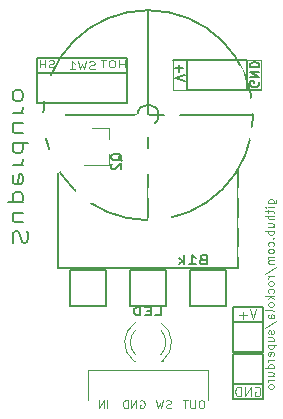
<source format=gbo>
G04 #@! TF.GenerationSoftware,KiCad,Pcbnew,(5.99.0-1200-g9ab2fcda7)*
G04 #@! TF.CreationDate,2020-04-02T19:41:38+03:00*
G04 #@! TF.ProjectId,superduro,73757065-7264-4757-926f-2e6b69636164,rev?*
G04 #@! TF.SameCoordinates,Original*
G04 #@! TF.FileFunction,Legend,Bot*
G04 #@! TF.FilePolarity,Positive*
%FSLAX46Y46*%
G04 Gerber Fmt 4.6, Leading zero omitted, Abs format (unit mm)*
G04 Created by KiCad (PCBNEW (5.99.0-1200-g9ab2fcda7)) date 2020-04-02 19:41:38*
%MOMM*%
%LPD*%
G01*
G04 APERTURE LIST*
%ADD10C,0.150000*%
%ADD11C,0.100000*%
%ADD12C,0.080000*%
%ADD13C,0.127000*%
%ADD14C,0.120000*%
%ADD15C,0.152400*%
%ADD16O,2.032400X2.032400*%
%ADD17C,1.702000*%
%ADD18O,2.102000X2.102000*%
%ADD19O,2.134000X2.134000*%
%ADD20O,2.642000X2.642000*%
%ADD21C,1.902000*%
G04 APERTURE END LIST*
D10*
X62262609Y-64789828D02*
X62200704Y-64532685D01*
X62200704Y-64104114D01*
X62262609Y-63932685D01*
X62324514Y-63846971D01*
X62448323Y-63761257D01*
X62572133Y-63761257D01*
X62695942Y-63846971D01*
X62757847Y-63932685D01*
X62819752Y-64104114D01*
X62881657Y-64446971D01*
X62943561Y-64618400D01*
X63005466Y-64704114D01*
X63129276Y-64789828D01*
X63253085Y-64789828D01*
X63376895Y-64704114D01*
X63438800Y-64618400D01*
X63500704Y-64446971D01*
X63500704Y-64018400D01*
X63438800Y-63761257D01*
X63067371Y-62218400D02*
X62200704Y-62218400D01*
X63067371Y-62989828D02*
X62386419Y-62989828D01*
X62262609Y-62904114D01*
X62200704Y-62732685D01*
X62200704Y-62475542D01*
X62262609Y-62304114D01*
X62324514Y-62218400D01*
X63067371Y-61361257D02*
X61767371Y-61361257D01*
X63005466Y-61361257D02*
X63067371Y-61189828D01*
X63067371Y-60846971D01*
X63005466Y-60675542D01*
X62943561Y-60589828D01*
X62819752Y-60504114D01*
X62448323Y-60504114D01*
X62324514Y-60589828D01*
X62262609Y-60675542D01*
X62200704Y-60846971D01*
X62200704Y-61189828D01*
X62262609Y-61361257D01*
X62262609Y-59046971D02*
X62200704Y-59218399D01*
X62200704Y-59561257D01*
X62262609Y-59732685D01*
X62386419Y-59818399D01*
X62881657Y-59818399D01*
X63005466Y-59732685D01*
X63067371Y-59561257D01*
X63067371Y-59218399D01*
X63005466Y-59046971D01*
X62881657Y-58961257D01*
X62757847Y-58961257D01*
X62634038Y-59818399D01*
X62200704Y-58189828D02*
X63067371Y-58189828D01*
X62819752Y-58189828D02*
X62943561Y-58104114D01*
X63005466Y-58018399D01*
X63067371Y-57846971D01*
X63067371Y-57675542D01*
X62200704Y-56304114D02*
X63500704Y-56304114D01*
X62262609Y-56304114D02*
X62200704Y-56475542D01*
X62200704Y-56818399D01*
X62262609Y-56989828D01*
X62324514Y-57075542D01*
X62448323Y-57161257D01*
X62819752Y-57161257D01*
X62943561Y-57075542D01*
X63005466Y-56989828D01*
X63067371Y-56818399D01*
X63067371Y-56475542D01*
X63005466Y-56304114D01*
X63067371Y-54675542D02*
X62200704Y-54675542D01*
X63067371Y-55446971D02*
X62386419Y-55446971D01*
X62262609Y-55361257D01*
X62200704Y-55189828D01*
X62200704Y-54932685D01*
X62262609Y-54761257D01*
X62324514Y-54675542D01*
X62200704Y-53818399D02*
X63067371Y-53818399D01*
X62819752Y-53818399D02*
X62943561Y-53732685D01*
X63005466Y-53646971D01*
X63067371Y-53475542D01*
X63067371Y-53304114D01*
X62200704Y-52446971D02*
X62262609Y-52618399D01*
X62324514Y-52704114D01*
X62448323Y-52789828D01*
X62819752Y-52789828D01*
X62943561Y-52704114D01*
X63005466Y-52618399D01*
X63067371Y-52446971D01*
X63067371Y-52189828D01*
X63005466Y-52018399D01*
X62943561Y-51932685D01*
X62819752Y-51846971D01*
X62448323Y-51846971D01*
X62324514Y-51932685D01*
X62262609Y-52018399D01*
X62200704Y-52189828D01*
X62200704Y-52446971D01*
D11*
X65722419Y-49899857D02*
X65608133Y-49928428D01*
X65417657Y-49928428D01*
X65341466Y-49899857D01*
X65303371Y-49871285D01*
X65265276Y-49814142D01*
X65265276Y-49757000D01*
X65303371Y-49699857D01*
X65341466Y-49671285D01*
X65417657Y-49642714D01*
X65570038Y-49614142D01*
X65646228Y-49585571D01*
X65684323Y-49557000D01*
X65722419Y-49499857D01*
X65722419Y-49442714D01*
X65684323Y-49385571D01*
X65646228Y-49357000D01*
X65570038Y-49328428D01*
X65379561Y-49328428D01*
X65265276Y-49357000D01*
X64922419Y-49928428D02*
X64922419Y-49328428D01*
X64922419Y-49614142D02*
X64465276Y-49614142D01*
X64465276Y-49928428D02*
X64465276Y-49328428D01*
X71665980Y-49928428D02*
X71665980Y-49328428D01*
X71665980Y-49614142D02*
X71208838Y-49614142D01*
X71208838Y-49928428D02*
X71208838Y-49328428D01*
X70675504Y-49328428D02*
X70523123Y-49328428D01*
X70446933Y-49357000D01*
X70370742Y-49414142D01*
X70332647Y-49528428D01*
X70332647Y-49728428D01*
X70370742Y-49842714D01*
X70446933Y-49899857D01*
X70523123Y-49928428D01*
X70675504Y-49928428D01*
X70751695Y-49899857D01*
X70827885Y-49842714D01*
X70865980Y-49728428D01*
X70865980Y-49528428D01*
X70827885Y-49414142D01*
X70751695Y-49357000D01*
X70675504Y-49328428D01*
X70104076Y-49328428D02*
X69646933Y-49328428D01*
X69875504Y-49928428D02*
X69875504Y-49328428D01*
D12*
X83822400Y-61430066D02*
X84389066Y-61430066D01*
X84455733Y-61396733D01*
X84489066Y-61363400D01*
X84522400Y-61296733D01*
X84522400Y-61196733D01*
X84489066Y-61130066D01*
X84255733Y-61430066D02*
X84289066Y-61363400D01*
X84289066Y-61230066D01*
X84255733Y-61163400D01*
X84222400Y-61130066D01*
X84155733Y-61096733D01*
X83955733Y-61096733D01*
X83889066Y-61130066D01*
X83855733Y-61163400D01*
X83822400Y-61230066D01*
X83822400Y-61363400D01*
X83855733Y-61430066D01*
X84289066Y-61763400D02*
X83822400Y-61763400D01*
X83589066Y-61763400D02*
X83622400Y-61730066D01*
X83655733Y-61763400D01*
X83622400Y-61796733D01*
X83589066Y-61763400D01*
X83655733Y-61763400D01*
X83822400Y-61996733D02*
X83822400Y-62263400D01*
X83589066Y-62096733D02*
X84189066Y-62096733D01*
X84255733Y-62130066D01*
X84289066Y-62196733D01*
X84289066Y-62263400D01*
X84289066Y-62496733D02*
X83589066Y-62496733D01*
X84289066Y-62796733D02*
X83922400Y-62796733D01*
X83855733Y-62763400D01*
X83822400Y-62696733D01*
X83822400Y-62596733D01*
X83855733Y-62530066D01*
X83889066Y-62496733D01*
X83822400Y-63430066D02*
X84289066Y-63430066D01*
X83822400Y-63130066D02*
X84189066Y-63130066D01*
X84255733Y-63163400D01*
X84289066Y-63230066D01*
X84289066Y-63330066D01*
X84255733Y-63396733D01*
X84222400Y-63430066D01*
X84289066Y-63763400D02*
X83589066Y-63763400D01*
X83855733Y-63763400D02*
X83822400Y-63830066D01*
X83822400Y-63963400D01*
X83855733Y-64030066D01*
X83889066Y-64063400D01*
X83955733Y-64096733D01*
X84155733Y-64096733D01*
X84222400Y-64063400D01*
X84255733Y-64030066D01*
X84289066Y-63963400D01*
X84289066Y-63830066D01*
X84255733Y-63763400D01*
X84222400Y-64396733D02*
X84255733Y-64430066D01*
X84289066Y-64396733D01*
X84255733Y-64363400D01*
X84222400Y-64396733D01*
X84289066Y-64396733D01*
X84255733Y-65030066D02*
X84289066Y-64963400D01*
X84289066Y-64830066D01*
X84255733Y-64763400D01*
X84222400Y-64730066D01*
X84155733Y-64696733D01*
X83955733Y-64696733D01*
X83889066Y-64730066D01*
X83855733Y-64763400D01*
X83822400Y-64830066D01*
X83822400Y-64963400D01*
X83855733Y-65030066D01*
X84289066Y-65430066D02*
X84255733Y-65363400D01*
X84222400Y-65330066D01*
X84155733Y-65296733D01*
X83955733Y-65296733D01*
X83889066Y-65330066D01*
X83855733Y-65363400D01*
X83822400Y-65430066D01*
X83822400Y-65530066D01*
X83855733Y-65596733D01*
X83889066Y-65630066D01*
X83955733Y-65663400D01*
X84155733Y-65663400D01*
X84222400Y-65630066D01*
X84255733Y-65596733D01*
X84289066Y-65530066D01*
X84289066Y-65430066D01*
X84289066Y-65963400D02*
X83822400Y-65963400D01*
X83889066Y-65963400D02*
X83855733Y-65996733D01*
X83822400Y-66063400D01*
X83822400Y-66163400D01*
X83855733Y-66230066D01*
X83922400Y-66263400D01*
X84289066Y-66263400D01*
X83922400Y-66263400D02*
X83855733Y-66296733D01*
X83822400Y-66363400D01*
X83822400Y-66463400D01*
X83855733Y-66530066D01*
X83922400Y-66563400D01*
X84289066Y-66563400D01*
X83555733Y-67396733D02*
X84455733Y-66796733D01*
X84289066Y-67630066D02*
X83822400Y-67630066D01*
X83955733Y-67630066D02*
X83889066Y-67663400D01*
X83855733Y-67696733D01*
X83822400Y-67763400D01*
X83822400Y-67830066D01*
X84289066Y-68163400D02*
X84255733Y-68096733D01*
X84222400Y-68063400D01*
X84155733Y-68030066D01*
X83955733Y-68030066D01*
X83889066Y-68063400D01*
X83855733Y-68096733D01*
X83822400Y-68163400D01*
X83822400Y-68263400D01*
X83855733Y-68330066D01*
X83889066Y-68363400D01*
X83955733Y-68396733D01*
X84155733Y-68396733D01*
X84222400Y-68363400D01*
X84255733Y-68330066D01*
X84289066Y-68263400D01*
X84289066Y-68163400D01*
X84255733Y-68996733D02*
X84289066Y-68930066D01*
X84289066Y-68796733D01*
X84255733Y-68730066D01*
X84222400Y-68696733D01*
X84155733Y-68663400D01*
X83955733Y-68663400D01*
X83889066Y-68696733D01*
X83855733Y-68730066D01*
X83822400Y-68796733D01*
X83822400Y-68930066D01*
X83855733Y-68996733D01*
X84289066Y-69296733D02*
X83589066Y-69296733D01*
X84022400Y-69363400D02*
X84289066Y-69563400D01*
X83822400Y-69563400D02*
X84089066Y-69296733D01*
X84289066Y-69963400D02*
X84255733Y-69896733D01*
X84222400Y-69863400D01*
X84155733Y-69830066D01*
X83955733Y-69830066D01*
X83889066Y-69863400D01*
X83855733Y-69896733D01*
X83822400Y-69963400D01*
X83822400Y-70063400D01*
X83855733Y-70130066D01*
X83889066Y-70163400D01*
X83955733Y-70196733D01*
X84155733Y-70196733D01*
X84222400Y-70163400D01*
X84255733Y-70130066D01*
X84289066Y-70063400D01*
X84289066Y-69963400D01*
X84289066Y-70596733D02*
X84255733Y-70530066D01*
X84189066Y-70496733D01*
X83589066Y-70496733D01*
X84289066Y-71163400D02*
X83922400Y-71163400D01*
X83855733Y-71130066D01*
X83822400Y-71063400D01*
X83822400Y-70930066D01*
X83855733Y-70863400D01*
X84255733Y-71163400D02*
X84289066Y-71096733D01*
X84289066Y-70930066D01*
X84255733Y-70863400D01*
X84189066Y-70830066D01*
X84122400Y-70830066D01*
X84055733Y-70863400D01*
X84022400Y-70930066D01*
X84022400Y-71096733D01*
X83989066Y-71163400D01*
X83555733Y-71996733D02*
X84455733Y-71396733D01*
X84255733Y-72196733D02*
X84289066Y-72263400D01*
X84289066Y-72396733D01*
X84255733Y-72463400D01*
X84189066Y-72496733D01*
X84155733Y-72496733D01*
X84089066Y-72463400D01*
X84055733Y-72396733D01*
X84055733Y-72296733D01*
X84022400Y-72230066D01*
X83955733Y-72196733D01*
X83922400Y-72196733D01*
X83855733Y-72230066D01*
X83822400Y-72296733D01*
X83822400Y-72396733D01*
X83855733Y-72463400D01*
X83822400Y-73096733D02*
X84289066Y-73096733D01*
X83822400Y-72796733D02*
X84189066Y-72796733D01*
X84255733Y-72830066D01*
X84289066Y-72896733D01*
X84289066Y-72996733D01*
X84255733Y-73063400D01*
X84222400Y-73096733D01*
X83822400Y-73430066D02*
X84522400Y-73430066D01*
X83855733Y-73430066D02*
X83822400Y-73496733D01*
X83822400Y-73630066D01*
X83855733Y-73696733D01*
X83889066Y-73730066D01*
X83955733Y-73763400D01*
X84155733Y-73763400D01*
X84222400Y-73730066D01*
X84255733Y-73696733D01*
X84289066Y-73630066D01*
X84289066Y-73496733D01*
X84255733Y-73430066D01*
X84255733Y-74330066D02*
X84289066Y-74263400D01*
X84289066Y-74130066D01*
X84255733Y-74063400D01*
X84189066Y-74030066D01*
X83922400Y-74030066D01*
X83855733Y-74063400D01*
X83822400Y-74130066D01*
X83822400Y-74263400D01*
X83855733Y-74330066D01*
X83922400Y-74363400D01*
X83989066Y-74363400D01*
X84055733Y-74030066D01*
X84289066Y-74663400D02*
X83822400Y-74663400D01*
X83955733Y-74663400D02*
X83889066Y-74696733D01*
X83855733Y-74730066D01*
X83822400Y-74796733D01*
X83822400Y-74863400D01*
X84289066Y-75396733D02*
X83589066Y-75396733D01*
X84255733Y-75396733D02*
X84289066Y-75330066D01*
X84289066Y-75196733D01*
X84255733Y-75130066D01*
X84222400Y-75096733D01*
X84155733Y-75063400D01*
X83955733Y-75063400D01*
X83889066Y-75096733D01*
X83855733Y-75130066D01*
X83822400Y-75196733D01*
X83822400Y-75330066D01*
X83855733Y-75396733D01*
X83822400Y-76030066D02*
X84289066Y-76030066D01*
X83822400Y-75730066D02*
X84189066Y-75730066D01*
X84255733Y-75763400D01*
X84289066Y-75830066D01*
X84289066Y-75930066D01*
X84255733Y-75996733D01*
X84222400Y-76030066D01*
X84289066Y-76363400D02*
X83822400Y-76363400D01*
X83955733Y-76363400D02*
X83889066Y-76396733D01*
X83855733Y-76430066D01*
X83822400Y-76496733D01*
X83822400Y-76563400D01*
X84289066Y-76896733D02*
X84255733Y-76830066D01*
X84222400Y-76796733D01*
X84155733Y-76763400D01*
X83955733Y-76763400D01*
X83889066Y-76796733D01*
X83855733Y-76830066D01*
X83822400Y-76896733D01*
X83822400Y-76996733D01*
X83855733Y-77063400D01*
X83889066Y-77096733D01*
X83955733Y-77130066D01*
X84155733Y-77130066D01*
X84222400Y-77096733D01*
X84255733Y-77063400D01*
X84289066Y-76996733D01*
X84289066Y-76896733D01*
D11*
X82715023Y-77006500D02*
X82791214Y-76968404D01*
X82905500Y-76968404D01*
X83019785Y-77006500D01*
X83095976Y-77082690D01*
X83134071Y-77158880D01*
X83172166Y-77311261D01*
X83172166Y-77425547D01*
X83134071Y-77577928D01*
X83095976Y-77654119D01*
X83019785Y-77730309D01*
X82905500Y-77768404D01*
X82829309Y-77768404D01*
X82715023Y-77730309D01*
X82676928Y-77692214D01*
X82676928Y-77425547D01*
X82829309Y-77425547D01*
X82334071Y-77768404D02*
X82334071Y-76968404D01*
X81876928Y-77768404D01*
X81876928Y-76968404D01*
X81495976Y-77768404D02*
X81495976Y-76968404D01*
X81305500Y-76968404D01*
X81191214Y-77006500D01*
X81115023Y-77082690D01*
X81076928Y-77158880D01*
X81038833Y-77311261D01*
X81038833Y-77425547D01*
X81076928Y-77577928D01*
X81115023Y-77654119D01*
X81191214Y-77730309D01*
X81305500Y-77768404D01*
X81495976Y-77768404D01*
D13*
X82042000Y-49276000D02*
X76962000Y-49276000D01*
X76962000Y-51816000D02*
X82042000Y-51816000D01*
X82042000Y-51816000D02*
X82042000Y-49276000D01*
X76962000Y-51816000D02*
X76962000Y-49276000D01*
X82042000Y-51816000D02*
X83248500Y-51816000D01*
X76962000Y-49276000D02*
X75755500Y-49276000D01*
D14*
X82042000Y-49276000D02*
X83248500Y-49276000D01*
X83248500Y-49276000D02*
X83248500Y-51816000D01*
X76962000Y-51816000D02*
X75755500Y-51816000D01*
X75755500Y-51816000D02*
X75755500Y-49276000D01*
X76962000Y-49276000D02*
X75755500Y-49276000D01*
D12*
X68580000Y-78105000D02*
X68580000Y-75565000D01*
X78740000Y-78105000D02*
X78740000Y-75565000D01*
X78740000Y-75565000D02*
X68580000Y-75565000D01*
D13*
X71882000Y-52959000D02*
X71882000Y-49149000D01*
X64262000Y-52959000D02*
X71882000Y-52959000D01*
X64262000Y-49149000D02*
X64262000Y-52959000D01*
X71882000Y-49149000D02*
X64262000Y-49149000D01*
X64262000Y-50419000D02*
X71882000Y-50419000D01*
D14*
X70356000Y-55062000D02*
X68896000Y-55062000D01*
X70356000Y-58222000D02*
X68196000Y-58222000D01*
X70356000Y-58222000D02*
X70356000Y-57292000D01*
X70356000Y-55062000D02*
X70356000Y-55992000D01*
D15*
X83375500Y-74168000D02*
X80835500Y-74168000D01*
X80835500Y-74168000D02*
X80835500Y-76708000D01*
X80835500Y-76708000D02*
X83375500Y-76708000D01*
X83375500Y-76708000D02*
X83375500Y-74168000D01*
X83375500Y-76708000D02*
X83375500Y-77978000D01*
X83375500Y-77978000D02*
X80835500Y-77978000D01*
X80835500Y-77978000D02*
X80835500Y-76708000D01*
X83375500Y-70231000D02*
X83375500Y-71501000D01*
X80835500Y-70231000D02*
X83375500Y-70231000D01*
X80835500Y-71501000D02*
X80835500Y-70231000D01*
X80835500Y-71501000D02*
X80835500Y-74041000D01*
X83375500Y-71501000D02*
X80835500Y-71501000D01*
X83375500Y-74041000D02*
X83375500Y-71501000D01*
X80835500Y-74041000D02*
X83375500Y-74041000D01*
D13*
X80264000Y-70104000D02*
X80264000Y-67056000D01*
X77216000Y-70104000D02*
X80264000Y-70104000D01*
X77216000Y-67056000D02*
X77216000Y-70104000D01*
X75184000Y-70104000D02*
X75184000Y-67056000D01*
X72136000Y-70104000D02*
X75184000Y-70104000D01*
X72136000Y-67056000D02*
X72136000Y-70104000D01*
X70104000Y-70104000D02*
X70104000Y-67056000D01*
X67056000Y-70104000D02*
X70104000Y-70104000D01*
X67056000Y-67056000D02*
X67056000Y-70104000D01*
X77216000Y-67056000D02*
X80264000Y-67056000D01*
X72136000Y-67056000D02*
X75184000Y-67056000D01*
X67056000Y-67056000D02*
X70104000Y-67056000D01*
X66040000Y-66929000D02*
X81280000Y-66929000D01*
X64770000Y-53975000D02*
X82550000Y-53975000D01*
X73660000Y-62865000D02*
X73660000Y-45085000D01*
X81280000Y-66929000D02*
X81280000Y-58420000D01*
X66040000Y-58420000D02*
X66040000Y-66929000D01*
X64770000Y-53975000D02*
G75*
G03*
X73660000Y-62865000I8890000J0D01*
G01*
X73660000Y-62865000D02*
G75*
G03*
X82550000Y-53975000I0J8890000D01*
G01*
X82550000Y-53975002D02*
G75*
G03*
X73660000Y-45085000I-8889901J101D01*
G01*
X73660002Y-45085000D02*
G75*
G03*
X64770000Y-53975000I-101J-8889901D01*
G01*
X74558000Y-53975000D02*
G75*
G03*
X74558000Y-53975000I-898000J0D01*
G01*
D14*
X74738608Y-71543165D02*
G75*
G02*
X74895516Y-74775500I-1078608J-1672335D01*
G01*
X72581392Y-71543165D02*
G75*
G03*
X72424484Y-74775500I1078608J-1672335D01*
G01*
X74739837Y-72174370D02*
G75*
G02*
X74740000Y-74256461I-1079837J-1041130D01*
G01*
X72580163Y-72174370D02*
G75*
G03*
X72580000Y-74256461I1079837J-1041130D01*
G01*
X74896000Y-74775500D02*
X74740000Y-74775500D01*
X72580000Y-74775500D02*
X72424000Y-74775500D01*
D10*
X76765095Y-51117404D02*
X75965095Y-50850738D01*
X76765095Y-50584071D01*
X76269857Y-50317404D02*
X76269857Y-49707880D01*
X75965095Y-50012642D02*
X76574619Y-50012642D01*
X83013500Y-51155523D02*
X83051595Y-51231714D01*
X83051595Y-51346000D01*
X83013500Y-51460285D01*
X82937309Y-51536476D01*
X82861119Y-51574571D01*
X82708738Y-51612666D01*
X82594452Y-51612666D01*
X82442071Y-51574571D01*
X82365880Y-51536476D01*
X82289690Y-51460285D01*
X82251595Y-51346000D01*
X82251595Y-51269809D01*
X82289690Y-51155523D01*
X82327785Y-51117428D01*
X82594452Y-51117428D01*
X82594452Y-51269809D01*
X82251595Y-50774571D02*
X83051595Y-50774571D01*
X82251595Y-50317428D01*
X83051595Y-50317428D01*
X82251595Y-49936476D02*
X83051595Y-49936476D01*
X83051595Y-49746000D01*
X83013500Y-49631714D01*
X82937309Y-49555523D01*
X82861119Y-49517428D01*
X82708738Y-49479333D01*
X82594452Y-49479333D01*
X82442071Y-49517428D01*
X82365880Y-49555523D01*
X82289690Y-49631714D01*
X82251595Y-49746000D01*
X82251595Y-49936476D01*
D11*
X78233500Y-78102666D02*
X78100166Y-78102666D01*
X78033500Y-78136000D01*
X77966833Y-78202666D01*
X77933500Y-78336000D01*
X77933500Y-78569333D01*
X77966833Y-78702666D01*
X78033500Y-78769333D01*
X78100166Y-78802666D01*
X78233500Y-78802666D01*
X78300166Y-78769333D01*
X78366833Y-78702666D01*
X78400166Y-78569333D01*
X78400166Y-78336000D01*
X78366833Y-78202666D01*
X78300166Y-78136000D01*
X78233500Y-78102666D01*
X77633500Y-78102666D02*
X77633500Y-78669333D01*
X77600166Y-78736000D01*
X77566833Y-78769333D01*
X77500166Y-78802666D01*
X77366833Y-78802666D01*
X77300166Y-78769333D01*
X77266833Y-78736000D01*
X77233500Y-78669333D01*
X77233500Y-78102666D01*
X77000166Y-78102666D02*
X76600166Y-78102666D01*
X76800166Y-78802666D02*
X76800166Y-78102666D01*
X75593500Y-78769333D02*
X75493500Y-78802666D01*
X75326833Y-78802666D01*
X75260166Y-78769333D01*
X75226833Y-78736000D01*
X75193500Y-78669333D01*
X75193500Y-78602666D01*
X75226833Y-78536000D01*
X75260166Y-78502666D01*
X75326833Y-78469333D01*
X75460166Y-78436000D01*
X75526833Y-78402666D01*
X75560166Y-78369333D01*
X75593500Y-78302666D01*
X75593500Y-78236000D01*
X75560166Y-78169333D01*
X75526833Y-78136000D01*
X75460166Y-78102666D01*
X75293500Y-78102666D01*
X75193500Y-78136000D01*
X74960166Y-78102666D02*
X74793500Y-78802666D01*
X74660166Y-78302666D01*
X74526833Y-78802666D01*
X74360166Y-78102666D01*
X72986833Y-78136000D02*
X73053500Y-78102666D01*
X73153500Y-78102666D01*
X73253500Y-78136000D01*
X73320166Y-78202666D01*
X73353500Y-78269333D01*
X73386833Y-78402666D01*
X73386833Y-78502666D01*
X73353500Y-78636000D01*
X73320166Y-78702666D01*
X73253500Y-78769333D01*
X73153500Y-78802666D01*
X73086833Y-78802666D01*
X72986833Y-78769333D01*
X72953500Y-78736000D01*
X72953500Y-78502666D01*
X73086833Y-78502666D01*
X72653500Y-78802666D02*
X72653500Y-78102666D01*
X72253500Y-78802666D01*
X72253500Y-78102666D01*
X71920166Y-78802666D02*
X71920166Y-78102666D01*
X71753500Y-78102666D01*
X71653500Y-78136000D01*
X71586833Y-78202666D01*
X71553500Y-78269333D01*
X71520166Y-78402666D01*
X71520166Y-78502666D01*
X71553500Y-78636000D01*
X71586833Y-78702666D01*
X71653500Y-78769333D01*
X71753500Y-78802666D01*
X71920166Y-78802666D01*
X70216666Y-78802666D02*
X70216666Y-78102666D01*
X69883333Y-78802666D02*
X69883333Y-78102666D01*
X69483333Y-78802666D01*
X69483333Y-78102666D01*
X69138666Y-50067333D02*
X69024380Y-50100666D01*
X68833904Y-50100666D01*
X68757714Y-50067333D01*
X68719619Y-50034000D01*
X68681523Y-49967333D01*
X68681523Y-49900666D01*
X68719619Y-49834000D01*
X68757714Y-49800666D01*
X68833904Y-49767333D01*
X68986285Y-49734000D01*
X69062476Y-49700666D01*
X69100571Y-49667333D01*
X69138666Y-49600666D01*
X69138666Y-49534000D01*
X69100571Y-49467333D01*
X69062476Y-49434000D01*
X68986285Y-49400666D01*
X68795809Y-49400666D01*
X68681523Y-49434000D01*
X68414857Y-49400666D02*
X68224380Y-50100666D01*
X68072000Y-49600666D01*
X67919619Y-50100666D01*
X67729142Y-49400666D01*
X67005333Y-50100666D02*
X67462476Y-50100666D01*
X67233904Y-50100666D02*
X67233904Y-49400666D01*
X67310095Y-49500666D01*
X67386285Y-49567333D01*
X67462476Y-49600666D01*
D10*
X71431095Y-57835809D02*
X71393000Y-57759619D01*
X71316809Y-57683428D01*
X71202523Y-57569142D01*
X71164428Y-57492952D01*
X71164428Y-57416761D01*
X71354904Y-57454857D02*
X71316809Y-57378666D01*
X71240619Y-57302476D01*
X71088238Y-57264380D01*
X70821571Y-57264380D01*
X70669190Y-57302476D01*
X70593000Y-57378666D01*
X70554904Y-57454857D01*
X70554904Y-57607238D01*
X70593000Y-57683428D01*
X70669190Y-57759619D01*
X70821571Y-57797714D01*
X71088238Y-57797714D01*
X71240619Y-57759619D01*
X71316809Y-57683428D01*
X71354904Y-57607238D01*
X71354904Y-57454857D01*
X70631095Y-58102476D02*
X70593000Y-58140571D01*
X70554904Y-58216761D01*
X70554904Y-58407238D01*
X70593000Y-58483428D01*
X70631095Y-58521523D01*
X70707285Y-58559619D01*
X70783476Y-58559619D01*
X70897761Y-58521523D01*
X71354904Y-58064380D01*
X71354904Y-58559619D01*
D11*
X82803904Y-70427904D02*
X82537238Y-71227904D01*
X82270571Y-70427904D01*
X82003904Y-70923142D02*
X81394380Y-70923142D01*
X81699142Y-71227904D02*
X81699142Y-70618380D01*
D10*
X78292223Y-66198757D02*
X78149366Y-66236852D01*
X78101747Y-66274947D01*
X78054128Y-66351138D01*
X78054128Y-66465423D01*
X78101747Y-66541614D01*
X78149366Y-66579709D01*
X78244604Y-66617804D01*
X78625557Y-66617804D01*
X78625557Y-65817804D01*
X78292223Y-65817804D01*
X78196985Y-65855900D01*
X78149366Y-65893995D01*
X78101747Y-65970185D01*
X78101747Y-66046376D01*
X78149366Y-66122566D01*
X78196985Y-66160661D01*
X78292223Y-66198757D01*
X78625557Y-66198757D01*
X77101747Y-66617804D02*
X77673176Y-66617804D01*
X77387461Y-66617804D02*
X77387461Y-65817804D01*
X77482700Y-65932090D01*
X77577938Y-66008280D01*
X77673176Y-66046376D01*
X76673176Y-66617804D02*
X76673176Y-65817804D01*
X76577938Y-66313042D02*
X76292223Y-66617804D01*
X76292223Y-66084471D02*
X76673176Y-66389233D01*
D11*
X73374285Y-69032380D02*
X73945714Y-69032380D01*
X73660000Y-69032380D02*
X73660000Y-68032380D01*
X73755238Y-68175238D01*
X73850476Y-68270476D01*
X73945714Y-68318095D01*
D10*
X74239357Y-70928666D02*
X74715547Y-70928666D01*
X74715547Y-70228666D01*
X73906023Y-70562000D02*
X73572690Y-70562000D01*
X73429833Y-70928666D02*
X73906023Y-70928666D01*
X73906023Y-70228666D01*
X73429833Y-70228666D01*
X73001261Y-70928666D02*
X73001261Y-70228666D01*
X72763166Y-70228666D01*
X72620309Y-70262000D01*
X72525071Y-70328666D01*
X72477452Y-70395333D01*
X72429833Y-70528666D01*
X72429833Y-70628666D01*
X72477452Y-70762000D01*
X72525071Y-70828666D01*
X72620309Y-70895333D01*
X72763166Y-70928666D01*
X73001261Y-70928666D01*
%LPC*%
D16*
X80772000Y-50546000D03*
G36*
G01*
X77215800Y-51511200D02*
X77215800Y-49580800D01*
G75*
G02*
X77266800Y-49529800I51000J0D01*
G01*
X79197200Y-49529800D01*
G75*
G02*
X79248200Y-49580800I0J-51000D01*
G01*
X79248200Y-51511200D01*
G75*
G02*
X79197200Y-51562200I-51000J0D01*
G01*
X77266800Y-51562200D01*
G75*
G02*
X77215800Y-51511200I0J51000D01*
G01*
G37*
X77470000Y-76835000D03*
X74930000Y-76835000D03*
X72390000Y-76835000D03*
G36*
G01*
X68833800Y-77800200D02*
X68833800Y-75869800D01*
G75*
G02*
X68884800Y-75818800I51000J0D01*
G01*
X70815200Y-75818800D01*
G75*
G02*
X70866200Y-75869800I0J-51000D01*
G01*
X70866200Y-77800200D01*
G75*
G02*
X70815200Y-77851200I-51000J0D01*
G01*
X68884800Y-77851200D01*
G75*
G02*
X68833800Y-77800200I0J51000D01*
G01*
G37*
D17*
X71628000Y-60722500D03*
X71628000Y-65722500D03*
X68326000Y-60722500D03*
X68326000Y-65722500D03*
D18*
X82296000Y-63119000D03*
X74676000Y-63119000D03*
D19*
X70612000Y-51689000D03*
X68072000Y-51689000D03*
G36*
G01*
X64465000Y-52705000D02*
X64465000Y-50673000D01*
G75*
G02*
X64516000Y-50622000I51000J0D01*
G01*
X66548000Y-50622000D01*
G75*
G02*
X66599000Y-50673000I0J-51000D01*
G01*
X66599000Y-52705000D01*
G75*
G02*
X66548000Y-52756000I-51000J0D01*
G01*
X64516000Y-52756000D01*
G75*
G02*
X64465000Y-52705000I0J51000D01*
G01*
G37*
D18*
X83312000Y-55626000D03*
X75692000Y-55626000D03*
X75692000Y-58166000D03*
X83312000Y-58166000D03*
G36*
G01*
X70095000Y-57042000D02*
X70095000Y-56242000D01*
G75*
G02*
X70146000Y-56191000I51000J0D01*
G01*
X71046000Y-56191000D01*
G75*
G02*
X71097000Y-56242000I0J-51000D01*
G01*
X71097000Y-57042000D01*
G75*
G02*
X71046000Y-57093000I-51000J0D01*
G01*
X70146000Y-57093000D01*
G75*
G02*
X70095000Y-57042000I0J51000D01*
G01*
G37*
G36*
G01*
X68095000Y-56092000D02*
X68095000Y-55292000D01*
G75*
G02*
X68146000Y-55241000I51000J0D01*
G01*
X69046000Y-55241000D01*
G75*
G02*
X69097000Y-55292000I0J-51000D01*
G01*
X69097000Y-56092000D01*
G75*
G02*
X69046000Y-56143000I-51000J0D01*
G01*
X68146000Y-56143000D01*
G75*
G02*
X68095000Y-56092000I0J51000D01*
G01*
G37*
G36*
G01*
X68095000Y-57992000D02*
X68095000Y-57192000D01*
G75*
G02*
X68146000Y-57141000I51000J0D01*
G01*
X69046000Y-57141000D01*
G75*
G02*
X69097000Y-57192000I0J-51000D01*
G01*
X69097000Y-57992000D01*
G75*
G02*
X69046000Y-58043000I-51000J0D01*
G01*
X68146000Y-58043000D01*
G75*
G02*
X68095000Y-57992000I0J51000D01*
G01*
G37*
G36*
G01*
X61865000Y-68037000D02*
X63865000Y-68037000D01*
G75*
G02*
X63916000Y-68088000I0J-51000D01*
G01*
X63916000Y-70088000D01*
G75*
G02*
X63865000Y-70139000I-51000J0D01*
G01*
X61865000Y-70139000D01*
G75*
G02*
X61814000Y-70088000I0J51000D01*
G01*
X61814000Y-68088000D01*
G75*
G02*
X61865000Y-68037000I51000J0D01*
G01*
G37*
X62865000Y-76708000D03*
G36*
G01*
X64481000Y-55864000D02*
X64481000Y-53864000D01*
G75*
G02*
X64532000Y-53813000I51000J0D01*
G01*
X66532000Y-53813000D01*
G75*
G02*
X66583000Y-53864000I0J-51000D01*
G01*
X66583000Y-55864000D01*
G75*
G02*
X66532000Y-55915000I-51000J0D01*
G01*
X64532000Y-55915000D01*
G75*
G02*
X64481000Y-55864000I0J51000D01*
G01*
G37*
X73152000Y-54864000D03*
G36*
G01*
X74203000Y-56912000D02*
X74203000Y-58912000D01*
G75*
G02*
X74152000Y-58963000I-51000J0D01*
G01*
X72152000Y-58963000D01*
G75*
G02*
X72101000Y-58912000I0J51000D01*
G01*
X72101000Y-56912000D01*
G75*
G02*
X72152000Y-56861000I51000J0D01*
G01*
X74152000Y-56861000D01*
G75*
G02*
X74203000Y-56912000I0J-51000D01*
G01*
G37*
X65532000Y-57912000D03*
D16*
X67868800Y-72898000D03*
G36*
G01*
X71425000Y-71932800D02*
X71425000Y-73863200D01*
G75*
G02*
X71374000Y-73914200I-51000J0D01*
G01*
X69443600Y-73914200D01*
G75*
G02*
X69392600Y-73863200I0J51000D01*
G01*
X69392600Y-71932800D01*
G75*
G02*
X69443600Y-71881800I51000J0D01*
G01*
X71374000Y-71881800D01*
G75*
G02*
X71425000Y-71932800I0J-51000D01*
G01*
G37*
D19*
X82105500Y-75438000D03*
G36*
G01*
X83172500Y-71755000D02*
X83172500Y-73787000D01*
G75*
G02*
X83121500Y-73838000I-51000J0D01*
G01*
X81089500Y-73838000D01*
G75*
G02*
X81038500Y-73787000I0J51000D01*
G01*
X81038500Y-71755000D01*
G75*
G02*
X81089500Y-71704000I51000J0D01*
G01*
X83121500Y-71704000D01*
G75*
G02*
X83172500Y-71755000I0J-51000D01*
G01*
G37*
D20*
X68580000Y-68580000D03*
X73660000Y-68580000D03*
G36*
G01*
X80061000Y-67310000D02*
X80061000Y-69850000D01*
G75*
G02*
X80010000Y-69901000I-51000J0D01*
G01*
X77470000Y-69901000D01*
G75*
G02*
X77419000Y-69850000I0J51000D01*
G01*
X77419000Y-67310000D01*
G75*
G02*
X77470000Y-67259000I51000J0D01*
G01*
X80010000Y-67259000D01*
G75*
G02*
X80061000Y-67310000I0J-51000D01*
G01*
G37*
D16*
X64516000Y-65468500D03*
X64516000Y-62928500D03*
G36*
G01*
X65481200Y-61404700D02*
X63550800Y-61404700D01*
G75*
G02*
X63499800Y-61353700I0J51000D01*
G01*
X63499800Y-59423300D01*
G75*
G02*
X63550800Y-59372300I51000J0D01*
G01*
X65481200Y-59372300D01*
G75*
G02*
X65532200Y-59423300I0J-51000D01*
G01*
X65532200Y-61353700D01*
G75*
G02*
X65481200Y-61404700I-51000J0D01*
G01*
G37*
D18*
X65405000Y-69088000D03*
X65405000Y-76708000D03*
X82296000Y-65532000D03*
X74676000Y-65532000D03*
X83312000Y-53086000D03*
X75692000Y-53086000D03*
X82296000Y-60579000D03*
X74676000Y-60579000D03*
D21*
X73660000Y-71945500D03*
G36*
G01*
X74560000Y-75436500D02*
X72760000Y-75436500D01*
G75*
G02*
X72709000Y-75385500I0J51000D01*
G01*
X72709000Y-73585500D01*
G75*
G02*
X72760000Y-73534500I51000J0D01*
G01*
X74560000Y-73534500D01*
G75*
G02*
X74611000Y-73585500I0J-51000D01*
G01*
X74611000Y-75385500D01*
G75*
G02*
X74560000Y-75436500I-51000J0D01*
G01*
G37*
D16*
X76898500Y-72898000D03*
G36*
G01*
X80454700Y-71932800D02*
X80454700Y-73863200D01*
G75*
G02*
X80403700Y-73914200I-51000J0D01*
G01*
X78473300Y-73914200D01*
G75*
G02*
X78422300Y-73863200I0J51000D01*
G01*
X78422300Y-71932800D01*
G75*
G02*
X78473300Y-71881800I51000J0D01*
G01*
X80403700Y-71881800D01*
G75*
G02*
X80454700Y-71932800I0J-51000D01*
G01*
G37*
M02*

</source>
